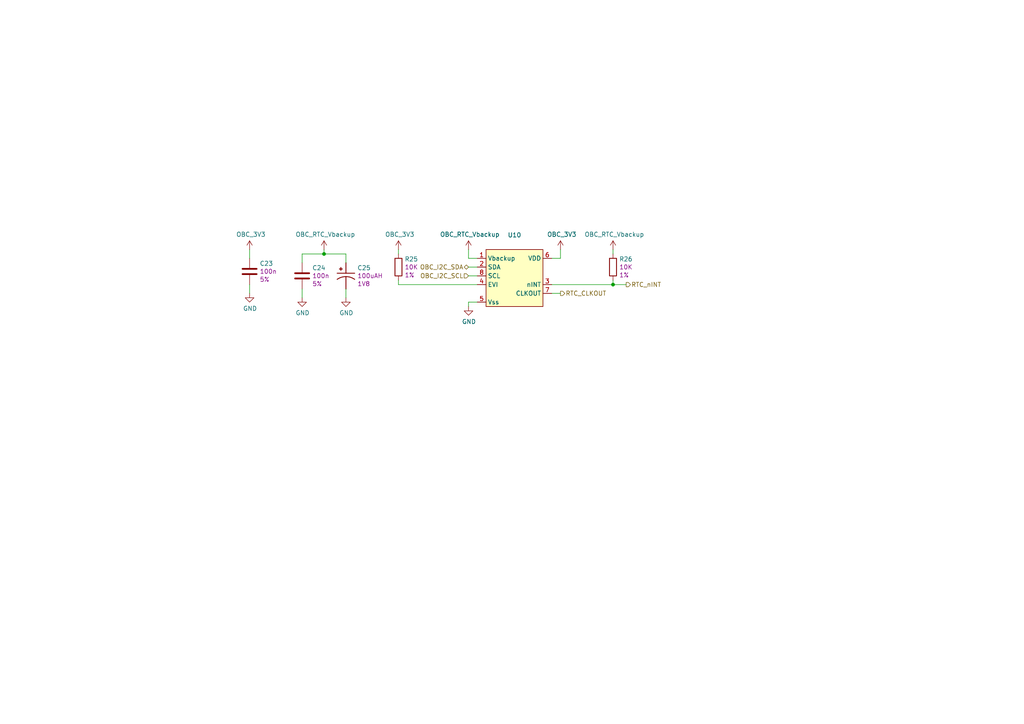
<source format=kicad_sch>
(kicad_sch (version 20211123) (generator eeschema)
  (paper "A4")
  (title_block (title "Singularity OBC - RTC") (date "2021-09-20") (rev "PROTO_B_v04") (company "The Flame Trench") (comment 1 "Drawn by:  Ben Cartwright") (comment 2 "Status:  PROTOTYPE") (comment 3 "(c) The Flame Trench 2021") (comment 4 "Licenced under CERN OHLv2-Strong"))
  (lib_symbols
    (symbol "TFT_capacitors:100n-10V-0402-5%-CER" (pin_numbers hide) (pin_names (offset 0.254))
      (property "Reference" "C" (at 0.635 2.54 0))
      (property "NumVal" "100n" (at 2.54 -2.54 0))
      (property "Tolerance" "5%" (at 0 0 0))
      (symbol "100n-10V-0402-5%-CER_0_1"
        (polyline (pts (xy -2.032 -0.762) (xy 2.032 -0.762)) (stroke (width 0.508)))
        (polyline (pts (xy -2.032 0.762) (xy 2.032 0.762)) (stroke (width 0.508)))
      )
      (symbol "100n-10V-0402-5%-CER_1_1"
        (pin passive line (at 0 3.81 270) (length 2.794) (name "~") (number "1"))
        (pin passive line (at 0 -3.81 90) (length 2.794) (name "~") (number "2"))
      )
    )
    (symbol "TFT_capacitors:100uAH-1V8-4.4x3mm_LIon_batt" (pin_numbers hide) (pin_names (offset 1.016) hide)
      (property "Reference" "C" (at -5.1054 5.1054 0))
      (property "NumVal" "100uAH" (at 1.27 3.81 0))
      (property "Vmax" "1V8" (at -5.08 3.81 0))
      (symbol "100uAH-1V8-4.4x3mm_LIon_batt_0_0"
        (rectangle (start -3.7338 -1.524) (end -2.8194 -1.397) (fill (type outline)))
        (rectangle (start -3.3274 -1.905) (end -3.2004 -1.016) (fill (type outline)))
        (arc (start -0.254 2.54) (mid -1.054 0) (end -0.254 -2.54) (stroke (width 0.254)))
        (polyline (pts (xy -5.08 0) (xy -2.032 0)) (stroke (width 0.254)))
        (polyline (pts (xy -2.032 2.54) (xy -2.032 -2.54)) (stroke (width 0.254)))
        (polyline (pts (xy -1.016 0) (xy 2.54 0)) (stroke (width 0.254)))
        (pin passive line (at -5.08 0 0) (length 0) (name "~") (number "1"))
        (pin passive line (at 2.54 0 180) (length 0) (name "~") (number "2"))
      )
    )
    (symbol "TFT_digitalmisc:RV-3032-C7"
      (property "Reference" "U" (at 6.35 3.81 0))
      (property "Value" "RV-3032-C7" (at -5.08 3.81 0))
      (symbol "RV-3032-C7_0_1"
        (rectangle (start -8.89 2.54) (end 7.62 -13.97) (stroke (width 0.2032)) (fill (type background)))
      )
      (symbol "RV-3032-C7_1_1"
        (pin power_in line (at -11.43 0 0) (length 2.54) (name "Vbackup") (number "1"))
        (pin bidirectional line (at -11.43 -2.54 0) (length 2.54) (name "SDA") (number "2"))
        (pin output line (at 10.16 -7.62 180) (length 2.54) (name "nINT") (number "3"))
        (pin input line (at -11.43 -7.62 0) (length 2.54) (name "EVI") (number "4"))
        (pin power_in line (at -11.43 -12.7 0) (length 2.54) (name "Vss") (number "5"))
        (pin power_in line (at 10.16 0 180) (length 2.54) (name "VDD") (number "6"))
        (pin output line (at 10.16 -10.16 180) (length 2.54) (name "CLKOUT") (number "7"))
        (pin input line (at -11.43 -5.08 0) (length 2.54) (name "SCL") (number "8"))
      )
    )
    (symbol "TFT_power:OBC_3V3" (power) (pin_names (offset 0))
      (property "Value" "OBC_3V3" (at 0 3.556 0))
      (symbol "OBC_3V3_0_1"
        (polyline (pts (xy -0.762 1.27) (xy 0 2.54)))
        (polyline (pts (xy 0 0) (xy 0 2.54)))
        (polyline (pts (xy 0 2.54) (xy 0.762 1.27)))
      )
      (symbol "OBC_3V3_1_1"
        (pin power_in line (at 0 0 90) (length 0) hide (name "OBC_3V3") (number "1"))
      )
    )
    (symbol "TFT_power:OBC_RTC_Vbackup" (power) (pin_names (offset 0))
      (property "Value" "OBC_RTC_Vbackup" (at 0 3.556 0))
      (symbol "OBC_RTC_Vbackup_0_1"
        (polyline (pts (xy -0.762 1.27) (xy 0 2.54)))
        (polyline (pts (xy 0 0) (xy 0 2.54)))
        (polyline (pts (xy 0 2.54) (xy 0.762 1.27)))
      )
      (symbol "OBC_RTC_Vbackup_1_1"
        (pin power_in line (at 0 0 90) (length 0) hide (name "OBC_RTC_Vbackup") (number "1"))
      )
    )
    (symbol "TFT_resistors:10K-50V-0402-1%" (pin_numbers hide) (pin_names (offset 0))
      (property "Reference" "R" (at -2.54 0 90))
      (property "NumVal" "10K" (at 2.54 -1.27 90))
      (property "Tolerance" "1%" (at 2.54 3.81 90))
      (symbol "10K-50V-0402-1%_0_1"
        (rectangle (start -1.016 -2.54) (end 1.016 2.54) (stroke (width 0.254)))
      )
      (symbol "10K-50V-0402-1%_1_1"
        (pin passive line (at 0 3.81 270) (length 1.27) (name "~") (number "1"))
        (pin passive line (at 0 -3.81 90) (length 1.27) (name "~") (number "2"))
      )
    )
    (symbol "power:GND" (power) (pin_names (offset 0))
      (property "Value" "GND" (at 0 -3.81 0))
      (symbol "GND_0_1"
        (polyline (pts (xy 0 0) (xy 0 -1.27) (xy 1.27 -1.27) (xy 0 -2.54) (xy -1.27 -1.27) (xy 0 -1.27)))
      )
      (symbol "GND_1_1"
        (pin power_in line (at 0 0 270) (length 0) hide (name "GND") (number "1"))
      )
    )
  )
  (junction (at 177.8 82.55))
  (junction (at 93.98 73.66))
  (wire (pts (xy 135.89 80.01) (xy 138.43 80.01)))
  (wire (pts (xy 135.89 74.93) (xy 135.89 72.39)))
  (wire (pts (xy 160.02 85.09) (xy 162.56 85.09)))
  (wire (pts (xy 135.89 77.47) (xy 138.43 77.47)))
  (wire (pts (xy 72.39 82.55) (xy 72.39 85.09)))
  (wire (pts (xy 181.61 82.55) (xy 177.8 82.55)))
  (wire (pts (xy 135.89 87.63) (xy 138.43 87.63)))
  (wire (pts (xy 100.33 83.82) (xy 100.33 86.36)))
  (wire (pts (xy 100.33 73.66) (xy 93.98 73.66)))
  (wire (pts (xy 162.56 74.93) (xy 162.56 72.39)))
  (wire (pts (xy 177.8 72.39) (xy 177.8 73.66)))
  (wire (pts (xy 93.98 73.66) (xy 87.63 73.66)))
  (wire (pts (xy 135.89 87.63) (xy 135.89 88.9)))
  (wire (pts (xy 160.02 82.55) (xy 177.8 82.55)))
  (wire (pts (xy 138.43 74.93) (xy 135.89 74.93)))
  (wire (pts (xy 177.8 82.55) (xy 177.8 81.28)))
  (wire (pts (xy 93.98 72.39) (xy 93.98 73.66)))
  (wire (pts (xy 115.57 82.55) (xy 138.43 82.55)))
  (wire (pts (xy 87.63 73.66) (xy 87.63 76.2)))
  (wire (pts (xy 100.33 76.2) (xy 100.33 73.66)))
  (wire (pts (xy 115.57 81.28) (xy 115.57 82.55)))
  (wire (pts (xy 87.63 83.82) (xy 87.63 86.36)))
  (wire (pts (xy 160.02 74.93) (xy 162.56 74.93)))
  (wire (pts (xy 115.57 73.66) (xy 115.57 72.39)))
  (wire (pts (xy 72.39 72.39) (xy 72.39 74.93)))
  (hierarchical_label "OBC_I2C_SCL" (shape input) (at 135.89 80.01 180))
  (hierarchical_label "RTC_CLKOUT" (shape output) (at 162.56 85.09 0))
  (hierarchical_label "RTC_nINT" (shape output) (at 181.61 82.55 0))
  (hierarchical_label "OBC_I2C_SDA" (shape bidirectional) (at 135.89 77.47 180))
  (symbol (lib_id "TFT_digitalmisc:RV-3032-C7") (at 149.86 74.93 0) (unit 1)
    (property "Reference" "U10" (at 149.225 68.1736 0))
    (property "Datasheet" "https://www.microcrystal.com/fileadmin/Media/Products/RTC/Datasheet/RV-3032-C7.pdf" (effects hide))
    (property "PartNumber" "RV-3032-C7" (effects hide))
    (property "Description" "Real time clock module with I2C bus" (effects hide))
    (property "Manufacturer" "Microcrystal" (effects hide))
    (property "OrderNumber" "Direct-Microcrystal" (effects hide))
  )
  (symbol (lib_id "TFT_power:OBC_3V3") (at 162.56 72.39 0) (unit 1)
    (property "Reference" "#PWR0118" (effects hide))
  )
  (symbol (lib_id "TFT_power:OBC_RTC_Vbackup") (at 135.89 72.39 0) (unit 1)
    (property "Reference" "#PWR0119" (effects hide))
  )
  (symbol (lib_id "TFT_capacitors:100n-10V-0402-5%-CER") (at 72.39 78.74 0) (unit 1)
    (property "Reference" "C23" (at 75.311 76.4286 0) (effects (justify left)))
    (property "Datasheet" "https://api.kemet.com/component-edge/download/specsheet/C0402C104J8RACAUTO.pdf" (effects hide))
    (property "NumVal" "100n" (at 75.311 78.74 0) (effects (justify left)))
    (property "PartNumber" "C0402C104J8RACAUTO" (effects hide))
    (property "Description" "SMD Multilayer Ceramic Capacitor, 0.1 µF, 10 V, 0402 [1005 Metric], ± 5%, X7R, C Series KEMET" (effects hide))
    (property "Tolerance" "5%" (at 75.311 81.0514 0) (effects (justify left)))
    (property "Vmax" "10V" (effects hide))
    (property "Manufacturer" "Kemet" (effects hide))
    (property "OrderNumber" "Farnell:      2904530RL " (effects hide))
  )
  (symbol (lib_id "TFT_capacitors:100n-10V-0402-5%-CER") (at 87.63 80.01 0) (unit 1)
    (property "Reference" "C24" (at 90.551 77.6986 0) (effects (justify left)))
    (property "Datasheet" "https://api.kemet.com/component-edge/download/specsheet/C0402C104J8RACAUTO.pdf" (effects hide))
    (property "NumVal" "100n" (at 90.551 80.01 0) (effects (justify left)))
    (property "PartNumber" "C0402C104J8RACAUTO" (effects hide))
    (property "Description" "SMD Multilayer Ceramic Capacitor, 0.1 µF, 10 V, 0402 [1005 Metric], ± 5%, X7R, C Series KEMET" (effects hide))
    (property "Tolerance" "5%" (at 90.551 82.3214 0) (effects (justify left)))
    (property "Vmax" "10V" (effects hide))
    (property "Manufacturer" "Kemet" (effects hide))
    (property "OrderNumber" "Farnell:      2904530RL " (effects hide))
  )
  (symbol (lib_id "TFT_power:OBC_RTC_Vbackup") (at 93.98 72.39 0) (unit 1)
    (property "Reference" "#PWR0120" (effects hide))
  )
  (symbol (lib_id "TFT_power:OBC_3V3") (at 72.39 72.39 0) (unit 1)
    (property "Reference" "#PWR0121" (effects hide))
  )
  (symbol (lib_id "power:GND") (at 72.39 85.09 0) (unit 1)
    (property "Reference" "#PWR0122" (effects hide))
  )
  (symbol (lib_id "power:GND") (at 87.63 86.36 0) (unit 1)
    (property "Reference" "#PWR0123" (effects hide))
  )
  (symbol (lib_id "power:GND") (at 135.89 88.9 0) (unit 1)
    (property "Reference" "#PWR0124" (effects hide))
  )
  (symbol (lib_id "TFT_resistors:10K-50V-0402-1%") (at 115.57 77.47 0) (unit 1)
    (property "Reference" "R25" (at 117.348 75.1586 0) (effects (justify left)))
    (property "Datasheet" "http://www.farnell.com/datasheets/2714353.pdf" (effects hide))
    (property "NumVal" "10K" (at 117.348 77.47 0) (effects (justify left)))
    (property "PartNumber" "CRCW040210K0FKED" (effects hide))
    (property "Description" "SMD Chip Resistor, 10 kohm, ± 1%, 62.5 mW, 0402 [1005 Metric], Thick Film, General Purpose" (effects hide))
    (property "Tolerance" "1%" (at 117.348 79.7814 0) (effects (justify left)))
    (property "Vmax" "50V" (effects hide))
    (property "Manufacturer" "Vishay" (effects hide))
    (property "OrderNumber" "Farnell:      1469669 " (effects hide))
  )
  (symbol (lib_id "TFT_power:OBC_3V3") (at 115.57 72.39 0) (unit 1)
    (property "Reference" "#PWR0125" (effects hide))
  )
  (symbol (lib_id "TFT_resistors:10K-50V-0402-1%") (at 177.8 77.47 0) (unit 1)
    (property "Reference" "R26" (at 179.578 75.1586 0) (effects (justify left)))
    (property "Datasheet" "http://www.farnell.com/datasheets/2714353.pdf" (effects hide))
    (property "NumVal" "10K" (at 179.578 77.47 0) (effects (justify left)))
    (property "PartNumber" "CRCW040210K0FKED" (effects hide))
    (property "Description" "SMD Chip Resistor, 10 kohm, ± 1%, 62.5 mW, 0402 [1005 Metric], Thick Film, General Purpose" (effects hide))
    (property "Tolerance" "1%" (at 179.578 79.7814 0) (effects (justify left)))
    (property "Vmax" "50V" (effects hide))
    (property "Manufacturer" "Vishay" (effects hide))
    (property "OrderNumber" "Farnell:      1469669 " (effects hide))
  )
  (symbol (lib_id "TFT_power:OBC_RTC_Vbackup") (at 177.8 72.39 0) (unit 1)
    (property "Reference" "#PWR0126" (effects hide))
  )
  (symbol (lib_id "TFT_capacitors:100uAH-1V8-4.4x3mm_LIon_batt") (at 100.33 81.28 270) (unit 1)
    (property "Reference" "C25" (at 103.632 77.6986 90) (effects (justify left)))
    (property "Datasheet" "https://www.tdk-electronics.tdk.com/inf/75/ds/CeraCharge_BCT1812M101AG.pdf" (effects hide))
    (property "NumVal" "100uAH" (at 103.632 80.01 90) (effects (justify left)))
    (property "PartNumber" "B73180A0101M199" (effects hide))
    (property "Description" "Rechargeable Multilayer Ceramic Battery" (effects hide))
    (property "Tolerance" "-" (effects hide))
    (property "Vmax" "1V8" (at 103.632 82.3214 90) (effects (justify left)))
    (property "Manufacturer" "TDK" (effects hide))
    (property "OrderNumber" "Mouser: 871-B73180A0101M199" (effects hide))
  )
  (symbol (lib_id "power:GND") (at 100.33 86.36 0) (unit 1)
    (property "Reference" "#PWR0127" (effects hide))
  )
)
</source>
